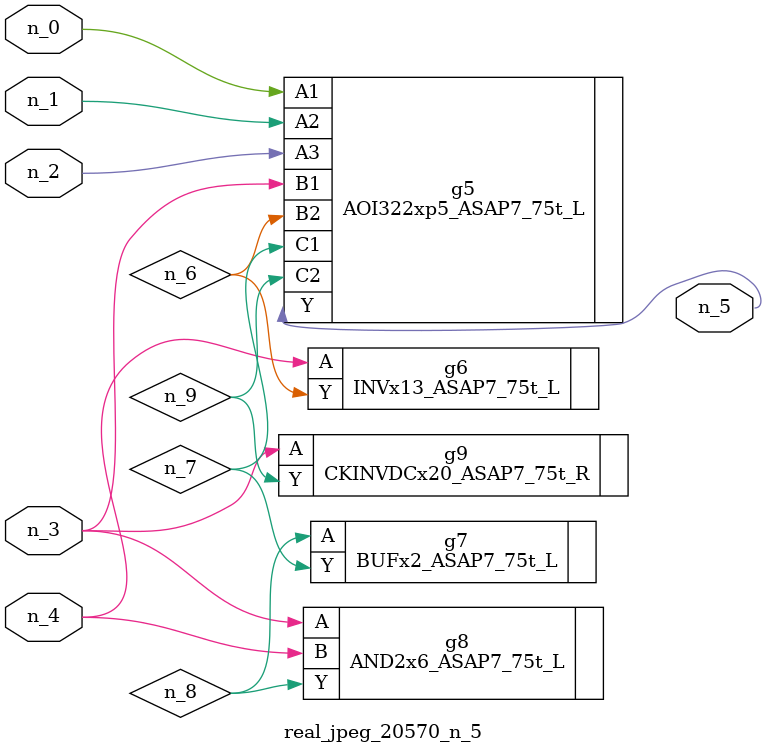
<source format=v>
module real_jpeg_20570_n_5 (n_4, n_0, n_1, n_2, n_3, n_5);

input n_4;
input n_0;
input n_1;
input n_2;
input n_3;

output n_5;

wire n_8;
wire n_6;
wire n_7;
wire n_9;

AOI322xp5_ASAP7_75t_L g5 ( 
.A1(n_0),
.A2(n_1),
.A3(n_2),
.B1(n_3),
.B2(n_6),
.C1(n_7),
.C2(n_9),
.Y(n_5)
);

AND2x6_ASAP7_75t_L g8 ( 
.A(n_3),
.B(n_4),
.Y(n_8)
);

CKINVDCx20_ASAP7_75t_R g9 ( 
.A(n_3),
.Y(n_9)
);

INVx13_ASAP7_75t_L g6 ( 
.A(n_4),
.Y(n_6)
);

BUFx2_ASAP7_75t_L g7 ( 
.A(n_8),
.Y(n_7)
);


endmodule
</source>
